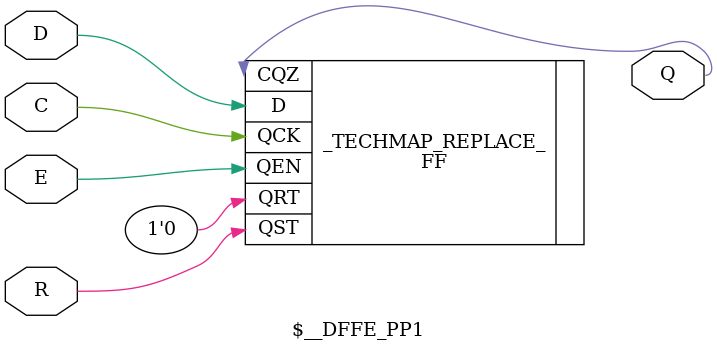
<source format=v>
module \$_DFF_ (D, CQZ, QCK, QEN, QRT, QST);
  input D;
  input QCK;
  input QEN;
  input QRT;
  input QST;
  output CQZ;
  FF _TECHMAP_REPLACE_ (.CQZ(CQZ), .D(D), .QCK(QCK), .QEN(QEN), .QRT(QRT), .QST(QST));
endmodule

module \$_DFF_N_ (D, Q, C);
  input D;
  input C;
  output Q;
  FF _TECHMAP_REPLACE_ (.CQZ(Q), .D(D), .QCK(!C), .QEN(1'b1), .QRT(1'b0), .QST(1'b0));
endmodule

module \$_DFF_P_ (D, Q, C);
  input D;
  input C;
  output Q;
  FF _TECHMAP_REPLACE_ (.CQZ(Q), .D(D), .QCK(C), .QEN(1'b1), .QRT(1'b0), .QST(1'b0));
endmodule

module \$_DFF_NN0_ (D, Q, C, R);
  input D;
  input C;
  input R;
  output Q;
  FF _TECHMAP_REPLACE_ (.CQZ(Q), .D(D), .QCK(!C), .QEN(1'b1), .QRT(!R), .QST(1'b0));
endmodule

module \$_DFF_NN1_ (D, Q, C, R);
  input D;
  input C;
  input R;
  output Q;
  FF _TECHMAP_REPLACE_ (.CQZ(Q), .D(D), .QCK(!C), .QEN(1'b1), .QRT(1'b0), .QST(!R));
endmodule

module \$_DFF_NP0_ (D, Q, C, R);
  input D;
  input C;
  input R;
  output Q;
  FF _TECHMAP_REPLACE_ (.CQZ(Q), .D(D), .QCK(!C), .QEN(1'b1), .QRT(R), .QST(1'b0));
endmodule

module \$_DFF_NP1_ (D, Q, C, R);
  input D;
  input C;
  input R;
  output Q;
  FF _TECHMAP_REPLACE_ (.CQZ(Q), .D(D), .QCK(!C), .QEN(1'b1), .QRT(1'b0), .QST(R));
endmodule

module \$_DFF_PN0_ (D, Q, C, R);
  input D;
  input C;
  input R;
  output Q;
  FF _TECHMAP_REPLACE_ (.CQZ(Q), .D(D), .QCK(C), .QEN(1'b1), .QRT(!R), .QST(1'b0));
endmodule

module \$_DFF_PN1_ (D, Q, C, R);
  input D;
  input C;
  input R;
  output Q;
  FF _TECHMAP_REPLACE_ (.CQZ(Q), .D(D), .QCK(C), .QEN(1'b1), .QRT(1'b0), .QST(!R));
endmodule

module \$_DFF_PP0_ (D, Q, C, R);
  input D;
  input C;
  input R;
  output Q;
  FF _TECHMAP_REPLACE_ (.CQZ(Q), .D(D), .QCK(C), .QEN(1'b1), .QRT(R), .QST(1'b0));
endmodule

module \$_DFF_PP1_ (D, Q, C, R);
  input D;
  input C;
  input R;
  output Q;
  FF _TECHMAP_REPLACE_ (.CQZ(Q), .D(D), .QCK(C), .QEN(1'b1), .QRT(1'b0), .QST(R));
endmodule

module \$_DFFSR_NPP_ (D, Q, C, R, S);
  input D;
  input C;
  input R;
  input S;
  output Q;
  FF _TECHMAP_REPLACE_ (.CQZ(Q), .D(D), .QCK(!C), .QEN(1'b1), .QRT(R), .QST(S));
endmodule

module \$_DFFSR_PPP_ (D, Q, C, R, S);
  input D;
  input C;
  input R;
  input S;
  output Q;
  FF _TECHMAP_REPLACE_ (.CQZ(Q), .D(D), .QCK(C), .QEN(1'b1), .QRT(R), .QST(S));
endmodule

module \$_DFFE_NN_ (input D, C, E, output Q);
  FF _TECHMAP_REPLACE_ (.CQZ(Q), .D(D), .QCK(!C), .QEN(!E), .QRT(1'b0), .QST(1'b0));
endmodule

module \$_DFFE_PN_ (input D, C, E, output Q);
  FF _TECHMAP_REPLACE_ (.CQZ(Q), .D(D), .QCK(C), .QEN(!E), .QRT(1'b0), .QST(1'b0));
endmodule

module \$_DFFE_NP_ (input D, C, E, output Q);
  FF _TECHMAP_REPLACE_ (.CQZ(Q), .D(D), .QCK(!C), .QEN(E), .QRT(1'b0), .QST(1'b0));
endmodule

module \$_DFFE_PP_ (input D, C, E, output Q);
  FF _TECHMAP_REPLACE_ (.CQZ(Q), .D(D), .QCK(C), .QEN(E), .QRT(1'b0), .QST(1'b0));
endmodule

module \$__DFFE_NN0 (input D, C, E, R, output Q);
  FF _TECHMAP_REPLACE_ (.CQZ(Q), .D(D), .QCK(!C), .QEN(E), .QRT(!R), .QST(1'b0));
endmodule

module \$__DFFE_NN1 (input D, C, E, R, output Q);
  FF _TECHMAP_REPLACE_ (.CQZ(Q), .D(D), .QCK(!C), .QEN(E), .QRT(1'b0), .QST(!R));
endmodule

module \$__DFFE_PN0 (input D, C, E, R, output Q);
  FF _TECHMAP_REPLACE_ (.CQZ(Q), .D(D), .QCK(C), .QEN(E), .QRT(!R), .QST(1'b0));
endmodule

module \$__DFFE_PN1 (input D, C, E, R, output Q);
  FF _TECHMAP_REPLACE_ (.CQZ(Q), .D(D), .QCK(C), .QEN(E), .QRT(1'b0), .QST(!R));
endmodule

module \$__DFFE_NP0 (input D, C, E, R, output Q);
  FF _TECHMAP_REPLACE_ (.CQZ(Q), .D(D), .QCK(!C), .QEN(E), .QRT(R), .QST(1'b0));
endmodule

module \$__DFFE_NP1 (input D, C, E, R, output Q);
  FF _TECHMAP_REPLACE_ (.CQZ(Q), .D(D), .QCK(!C), .QEN(E), .QRT(1'b0), .QST(R));
endmodule

module \$__DFFE_PP0 (input D, C, E, R, output Q);
  FF _TECHMAP_REPLACE_ (.CQZ(Q), .D(D), .QCK(C), .QEN(E), .QRT(R), .QST(1'b0));
endmodule

module \$__DFFE_PP1 (input D, C, E, R, output Q);
  FF _TECHMAP_REPLACE_ (.CQZ(Q), .D(D), .QCK(C), .QEN(E), .QRT(1'b0), .QST(R));
endmodule

</source>
